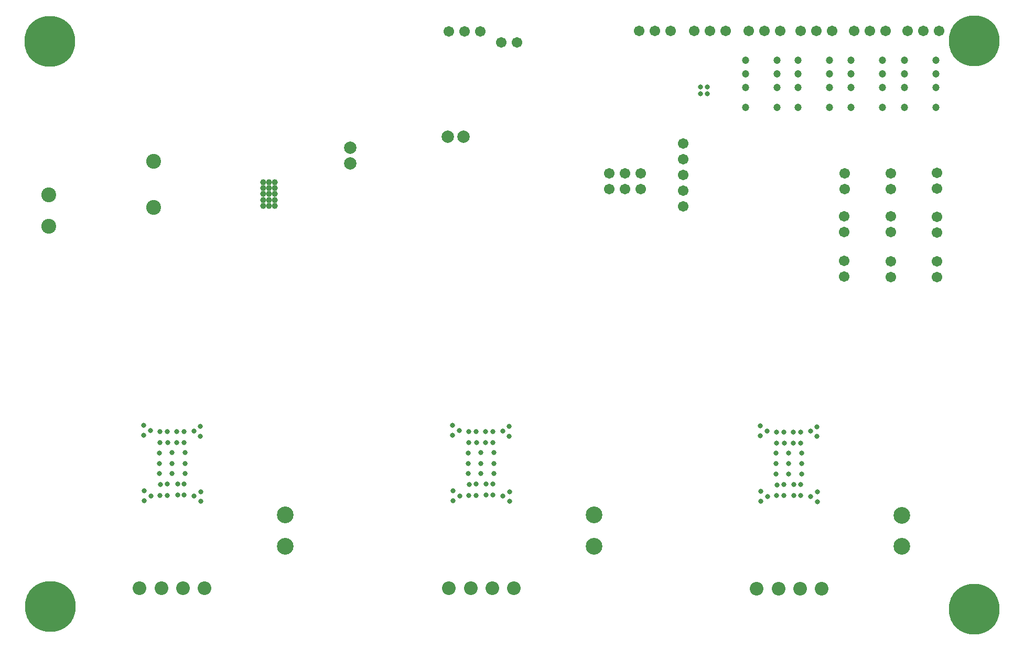
<source format=gbs>
G04 Layer_Color=16711935*
%FSLAX44Y44*%
%MOMM*%
G71*
G01*
G75*
%ADD113C,2.0032*%
%ADD114C,1.7032*%
%ADD115C,8.2032*%
%ADD116C,2.7032*%
%ADD117C,2.2032*%
%ADD118C,2.4032*%
%ADD119C,1.2032*%
%ADD120C,1.0032*%
%ADD121C,0.8032*%
D113*
X534500Y766800D02*
D03*
Y792200D02*
D03*
X691600Y809500D02*
D03*
X717000D02*
D03*
D114*
X1072000Y799000D02*
D03*
Y773600D02*
D03*
Y722800D02*
D03*
Y697400D02*
D03*
Y748200D02*
D03*
X1002900Y750700D02*
D03*
X952100D02*
D03*
X977500Y750700D02*
D03*
Y725300D02*
D03*
X952100Y725300D02*
D03*
X1002900D02*
D03*
X1482000Y725600D02*
D03*
Y751000D02*
D03*
X1407000Y725000D02*
D03*
Y750400D02*
D03*
X1333000Y725000D02*
D03*
Y750400D02*
D03*
X1482000Y655000D02*
D03*
Y680400D02*
D03*
Y583000D02*
D03*
Y608400D02*
D03*
X1407000Y655600D02*
D03*
Y681000D02*
D03*
Y583000D02*
D03*
Y608400D02*
D03*
X1332000Y656000D02*
D03*
X1332000Y681400D02*
D03*
X1332000Y584000D02*
D03*
X1332000Y609400D02*
D03*
X803400Y962000D02*
D03*
X778000D02*
D03*
X1140610Y980550D02*
D03*
X1089810D02*
D03*
X1115210D02*
D03*
X1051710D02*
D03*
X1000910D02*
D03*
X1026310D02*
D03*
X1228240D02*
D03*
X1177440D02*
D03*
X1202840D02*
D03*
X1312060D02*
D03*
X1261260D02*
D03*
X1286660D02*
D03*
X1398420D02*
D03*
X1347620D02*
D03*
X1373020D02*
D03*
X1484780D02*
D03*
X1433980D02*
D03*
X1459380D02*
D03*
X744400Y980000D02*
D03*
X693600D02*
D03*
X719000D02*
D03*
D115*
X1542000Y965000D02*
D03*
X1541500Y46000D02*
D03*
X49000Y963500D02*
D03*
X49730Y50270D02*
D03*
D116*
X1424460Y147500D02*
D03*
Y197500D02*
D03*
X927460Y198000D02*
D03*
Y148000D02*
D03*
X428800Y148000D02*
D03*
Y198000D02*
D03*
D117*
X1190500Y79000D02*
D03*
X1225500D02*
D03*
X1260500D02*
D03*
X1295500D02*
D03*
X693500Y80000D02*
D03*
X728500D02*
D03*
X763500D02*
D03*
X798500D02*
D03*
X194000Y79500D02*
D03*
X229000D02*
D03*
X264000D02*
D03*
X299000D02*
D03*
D118*
X216500Y695000D02*
D03*
Y770000D02*
D03*
X47000Y715900D02*
D03*
Y665100D02*
D03*
D119*
X1223160Y856970D02*
D03*
Y888970D02*
D03*
X1172360D02*
D03*
Y856970D02*
D03*
X1223160Y910970D02*
D03*
Y932970D02*
D03*
X1172360D02*
D03*
Y910970D02*
D03*
X1257450D02*
D03*
Y932970D02*
D03*
X1308250D02*
D03*
Y910970D02*
D03*
X1257450Y856970D02*
D03*
Y888970D02*
D03*
X1308250D02*
D03*
Y856970D02*
D03*
X1393340D02*
D03*
Y888970D02*
D03*
X1342540D02*
D03*
Y856970D02*
D03*
X1393340Y910970D02*
D03*
Y932970D02*
D03*
X1342540D02*
D03*
Y910970D02*
D03*
X1428900D02*
D03*
Y932970D02*
D03*
X1479700D02*
D03*
Y910970D02*
D03*
X1428900Y856970D02*
D03*
Y888970D02*
D03*
X1479700D02*
D03*
Y856970D02*
D03*
D120*
X1522000Y945000D02*
D03*
X1562000D02*
D03*
Y985000D02*
D03*
X1522000D02*
D03*
X1512000Y965000D02*
D03*
X1572000D02*
D03*
X1542000Y935000D02*
D03*
Y995000D02*
D03*
X1521500Y26000D02*
D03*
X1561500D02*
D03*
Y66000D02*
D03*
X1521500D02*
D03*
X1511500Y46000D02*
D03*
X1571500D02*
D03*
X1541500Y16000D02*
D03*
Y76000D02*
D03*
X29000Y943500D02*
D03*
X69000D02*
D03*
Y983500D02*
D03*
X29000D02*
D03*
X19000Y963500D02*
D03*
X79000D02*
D03*
X49000Y933500D02*
D03*
Y993500D02*
D03*
X29730Y30270D02*
D03*
X69730D02*
D03*
Y70270D02*
D03*
X29730D02*
D03*
X19730Y50270D02*
D03*
X79730D02*
D03*
X49730Y20270D02*
D03*
Y80270D02*
D03*
X412500Y736000D02*
D03*
Y726500D02*
D03*
X393500Y736000D02*
D03*
X403000D02*
D03*
Y726500D02*
D03*
X393500D02*
D03*
Y717000D02*
D03*
X403000D02*
D03*
X412500D02*
D03*
Y698000D02*
D03*
Y707500D02*
D03*
X403000D02*
D03*
X393500D02*
D03*
Y698000D02*
D03*
X403000D02*
D03*
D121*
X1111000Y890500D02*
D03*
Y879500D02*
D03*
X1100000Y890500D02*
D03*
Y879500D02*
D03*
X253700Y333000D02*
D03*
X238700D02*
D03*
X239200Y315000D02*
D03*
X226700Y333000D02*
D03*
X1234360Y229500D02*
D03*
X1222860D02*
D03*
X1261860Y314500D02*
D03*
Y332500D02*
D03*
X1287860Y325000D02*
D03*
Y341000D02*
D03*
X1277360Y333500D02*
D03*
X1206860Y334000D02*
D03*
X1196360Y326500D02*
D03*
Y342500D02*
D03*
X1207860Y228000D02*
D03*
X1197360Y220500D02*
D03*
Y236500D02*
D03*
X1277860Y228000D02*
D03*
X1288360Y235500D02*
D03*
Y219500D02*
D03*
X791360Y220000D02*
D03*
Y236000D02*
D03*
X780860Y228500D02*
D03*
X700360Y237000D02*
D03*
Y221000D02*
D03*
X710860Y228500D02*
D03*
X699360Y343000D02*
D03*
Y327000D02*
D03*
X709860Y334500D02*
D03*
X780360Y334000D02*
D03*
X790860Y341500D02*
D03*
Y325500D02*
D03*
X737860Y315000D02*
D03*
X725860D02*
D03*
X725360Y333000D02*
D03*
X737360D02*
D03*
X764860D02*
D03*
X752360D02*
D03*
X752860Y315000D02*
D03*
X764860D02*
D03*
Y248000D02*
D03*
Y230500D02*
D03*
X753860D02*
D03*
Y248000D02*
D03*
X737360D02*
D03*
X726360Y247500D02*
D03*
X725860Y230000D02*
D03*
X737360D02*
D03*
X724360Y298500D02*
D03*
X745360Y299000D02*
D03*
X765860D02*
D03*
Y281500D02*
D03*
X724860D02*
D03*
Y265000D02*
D03*
X745360D02*
D03*
Y281500D02*
D03*
X765860Y265000D02*
D03*
X246700Y281500D02*
D03*
Y265000D02*
D03*
X226200D02*
D03*
Y281500D02*
D03*
X267200Y299000D02*
D03*
X246700D02*
D03*
X225700Y298500D02*
D03*
X238700Y230000D02*
D03*
X227200D02*
D03*
X227700Y247500D02*
D03*
X238700Y248000D02*
D03*
X266200Y315000D02*
D03*
X254200D02*
D03*
X227200D02*
D03*
X292200Y325500D02*
D03*
Y341500D02*
D03*
X281700Y334000D02*
D03*
X211200Y334500D02*
D03*
X200700Y327000D02*
D03*
Y343000D02*
D03*
X212200Y228500D02*
D03*
X201700Y221000D02*
D03*
Y237000D02*
D03*
X282200Y228500D02*
D03*
X292700Y236000D02*
D03*
Y220000D02*
D03*
X266200Y333000D02*
D03*
X255200Y230500D02*
D03*
X266200Y248000D02*
D03*
X267200Y265000D02*
D03*
Y281500D02*
D03*
X266200Y230500D02*
D03*
X255200Y248000D02*
D03*
X1262860Y264500D02*
D03*
X1250860Y230000D02*
D03*
X1261860D02*
D03*
X1221860Y264500D02*
D03*
X1234860Y314500D02*
D03*
X1221860Y281000D02*
D03*
X1221360Y298000D02*
D03*
X1222860Y314500D02*
D03*
X1249360Y332500D02*
D03*
X1222360D02*
D03*
X1234360D02*
D03*
X1242360Y298500D02*
D03*
Y264500D02*
D03*
X1223360Y247000D02*
D03*
X1261860Y247500D02*
D03*
X1234360D02*
D03*
X1250860D02*
D03*
X1262860Y298500D02*
D03*
Y281000D02*
D03*
X1242360D02*
D03*
X1249860Y314500D02*
D03*
M02*

</source>
